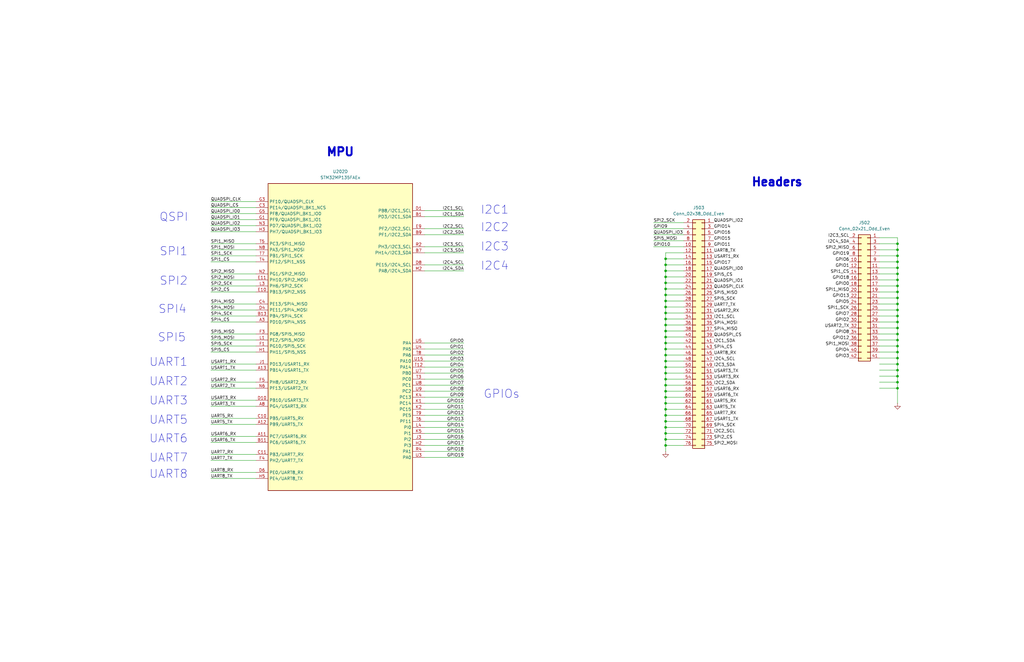
<source format=kicad_sch>
(kicad_sch (version 20231120) (generator "eeschema") (generator_version "8.0")
  (paper "B")
  (title_block (title "${TITLE}") (date "${ISSUE_DATE}") (rev "${REVISION}") (company "${COMPANY}"))
  (lib_symbols
    (symbol "Connector_Generic:Conn_02x21_Odd_Even" (pin_names (offset 1.016) hide)
      (property "Reference" "J" (at 1.27 27.94 0))
      (property "Value" "Conn_02x21_Odd_Even" (at 1.27 -27.94 0))
      (symbol "Conn_02x21_Odd_Even_1_1"
        (pin passive line (at -5.08 25.4 0) (length 3.81) (name "Pin_1") (number "1"))
        (pin passive line (at 7.62 15.24 180) (length 3.81) (name "Pin_10") (number "10"))
        (pin passive line (at -5.08 12.7 0) (length 3.81) (name "Pin_11") (number "11"))
        (pin passive line (at 7.62 12.7 180) (length 3.81) (name "Pin_12") (number "12"))
        (pin passive line (at -5.08 10.16 0) (length 3.81) (name "Pin_13") (number "13"))
        (pin passive line (at 7.62 10.16 180) (length 3.81) (name "Pin_14") (number "14"))
        (pin passive line (at -5.08 7.62 0) (length 3.81) (name "Pin_15") (number "15"))
        (pin passive line (at 7.62 7.62 180) (length 3.81) (name "Pin_16") (number "16"))
        (pin passive line (at -5.08 5.08 0) (length 3.81) (name "Pin_17") (number "17"))
        (pin passive line (at 7.62 5.08 180) (length 3.81) (name "Pin_18") (number "18"))
        (pin passive line (at -5.08 2.54 0) (length 3.81) (name "Pin_19") (number "19"))
        (pin passive line (at 7.62 25.4 180) (length 3.81) (name "Pin_2") (number "2"))
        (pin passive line (at 7.62 2.54 180) (length 3.81) (name "Pin_20") (number "20"))
        (pin passive line (at -5.08 0 0) (length 3.81) (name "Pin_21") (number "21"))
        (pin passive line (at 7.62 0 180) (length 3.81) (name "Pin_22") (number "22"))
        (pin passive line (at -5.08 -2.54 0) (length 3.81) (name "Pin_23") (number "23"))
        (pin passive line (at 7.62 -2.54 180) (length 3.81) (name "Pin_24") (number "24"))
        (pin passive line (at -5.08 -5.08 0) (length 3.81) (name "Pin_25") (number "25"))
        (pin passive line (at 7.62 -5.08 180) (length 3.81) (name "Pin_26") (number "26"))
        (pin passive line (at -5.08 -7.62 0) (length 3.81) (name "Pin_27") (number "27"))
        (pin passive line (at 7.62 -7.62 180) (length 3.81) (name "Pin_28") (number "28"))
        (pin passive line (at -5.08 -10.16 0) (length 3.81) (name "Pin_29") (number "29"))
        (pin passive line (at -5.08 22.86 0) (length 3.81) (name "Pin_3") (number "3"))
        (pin passive line (at 7.62 -10.16 180) (length 3.81) (name "Pin_30") (number "30"))
        (pin passive line (at -5.08 -12.7 0) (length 3.81) (name "Pin_31") (number "31"))
        (pin passive line (at 7.62 -12.7 180) (length 3.81) (name "Pin_32") (number "32"))
        (pin passive line (at -5.08 -15.24 0) (length 3.81) (name "Pin_33") (number "33"))
        (pin passive line (at 7.62 -15.24 180) (length 3.81) (name "Pin_34") (number "34"))
        (pin passive line (at -5.08 -17.78 0) (length 3.81) (name "Pin_35") (number "35"))
        (pin passive line (at 7.62 -17.78 180) (length 3.81) (name "Pin_36") (number "36"))
        (pin passive line (at -5.08 -20.32 0) (length 3.81) (name "Pin_37") (number "37"))
        (pin passive line (at 7.62 -20.32 180) (length 3.81) (name "Pin_38") (number "38"))
        (pin passive line (at -5.08 -22.86 0) (length 3.81) (name "Pin_39") (number "39"))
        (pin passive line (at 7.62 22.86 180) (length 3.81) (name "Pin_4") (number "4"))
        (pin passive line (at 7.62 -22.86 180) (length 3.81) (name "Pin_40") (number "40"))
        (pin passive line (at -5.08 -25.4 0) (length 3.81) (name "Pin_41") (number "41"))
        (pin passive line (at 7.62 -25.4 180) (length 3.81) (name "Pin_42") (number "42"))
        (pin passive line (at -5.08 20.32 0) (length 3.81) (name "Pin_5") (number "5"))
        (pin passive line (at 7.62 20.32 180) (length 3.81) (name "Pin_6") (number "6"))
        (pin passive line (at -5.08 17.78 0) (length 3.81) (name "Pin_7") (number "7"))
        (pin passive line (at 7.62 17.78 180) (length 3.81) (name "Pin_8") (number "8"))
        (pin passive line (at -5.08 15.24 0) (length 3.81) (name "Pin_9") (number "9"))
      )
    )
    (symbol "Connector_Generic:Conn_02x38_Odd_Even" (pin_names (offset 1.016) hide)
      (property "Reference" "J" (at 1.27 48.26 0))
      (property "Value" "Conn_02x38_Odd_Even" (at 1.27 -50.8 0))
      (symbol "Conn_02x38_Odd_Even_1_1"
        (pin passive line (at -5.08 45.72 0) (length 3.81) (name "Pin_1") (number "1"))
        (pin passive line (at 7.62 35.56 180) (length 3.81) (name "Pin_10") (number "10"))
        (pin passive line (at -5.08 33.02 0) (length 3.81) (name "Pin_11") (number "11"))
        (pin passive line (at 7.62 33.02 180) (length 3.81) (name "Pin_12") (number "12"))
        (pin passive line (at -5.08 30.48 0) (length 3.81) (name "Pin_13") (number "13"))
        (pin passive line (at 7.62 30.48 180) (length 3.81) (name "Pin_14") (number "14"))
        (pin passive line (at -5.08 27.94 0) (length 3.81) (name "Pin_15") (number "15"))
        (pin passive line (at 7.62 27.94 180) (length 3.81) (name "Pin_16") (number "16"))
        (pin passive line (at -5.08 25.4 0) (length 3.81) (name "Pin_17") (number "17"))
        (pin passive line (at 7.62 25.4 180) (length 3.81) (name "Pin_18") (number "18"))
        (pin passive line (at -5.08 22.86 0) (length 3.81) (name "Pin_19") (number "19"))
        (pin passive line (at 7.62 45.72 180) (length 3.81) (name "Pin_2") (number "2"))
        (pin passive line (at 7.62 22.86 180) (length 3.81) (name "Pin_20") (number "20"))
        (pin passive line (at -5.08 20.32 0) (length 3.81) (name "Pin_21") (number "21"))
        (pin passive line (at 7.62 20.32 180) (length 3.81) (name "Pin_22") (number "22"))
        (pin passive line (at -5.08 17.78 0) (length 3.81) (name "Pin_23") (number "23"))
        (pin passive line (at 7.62 17.78 180) (length 3.81) (name "Pin_24") (number "24"))
        (pin passive line (at -5.08 15.24 0) (length 3.81) (name "Pin_25") (number "25"))
        (pin passive line (at 7.62 15.24 180) (length 3.81) (name "Pin_26") (number "26"))
        (pin passive line (at -5.08 12.7 0) (length 3.81) (name "Pin_27") (number "27"))
        (pin passive line (at 7.62 12.7 180) (length 3.81) (name "Pin_28") (number "28"))
        (pin passive line (at -5.08 10.16 0) (length 3.81) (name "Pin_29") (number "29"))
        (pin passive line (at -5.08 43.18 0) (length 3.81) (name "Pin_3") (number "3"))
        (pin passive line (at 7.62 10.16 180) (length 3.81) (name "Pin_30") (number "30"))
        (pin passive line (at -5.08 7.62 0) (length 3.81) (name "Pin_31") (number "31"))
        (pin passive line (at 7.62 7.62 180) (length 3.81) (name "Pin_32") (number "32"))
        (pin passive line (at -5.08 5.08 0) (length 3.81) (name "Pin_33") (number "33"))
        (pin passive line (at 7.62 5.08 180) (length 3.81) (name "Pin_34") (number "34"))
        (pin passive line (at -5.08 2.54 0) (length 3.81) (name "Pin_35") (number "35"))
        (pin passive line (at 7.62 2.54 180) (length 3.81) (name "Pin_36") (number "36"))
        (pin passive line (at -5.08 0 0) (length 3.81) (name "Pin_37") (number "37"))
        (pin passive line (at 7.62 0 180) (length 3.81) (name "Pin_38") (number "38"))
        (pin passive line (at -5.08 -2.54 0) (length 3.81) (name "Pin_39") (number "39"))
        (pin passive line (at 7.62 43.18 180) (length 3.81) (name "Pin_4") (number "4"))
        (pin passive line (at 7.62 -2.54 180) (length 3.81) (name "Pin_40") (number "40"))
        (pin passive line (at -5.08 -5.08 0) (length 3.81) (name "Pin_41") (number "41"))
        (pin passive line (at 7.62 -5.08 180) (length 3.81) (name "Pin_42") (number "42"))
        (pin passive line (at -5.08 -7.62 0) (length 3.81) (name "Pin_43") (number "43"))
        (pin passive line (at 7.62 -7.62 180) (length 3.81) (name "Pin_44") (number "44"))
        (pin passive line (at -5.08 -10.16 0) (length 3.81) (name "Pin_45") (number "45"))
        (pin passive line (at 7.62 -10.16 180) (length 3.81) (name "Pin_46") (number "46"))
        (pin passive line (at -5.08 -12.7 0) (length 3.81) (name "Pin_47") (number "47"))
        (pin passive line (at 7.62 -12.7 180) (length 3.81) (name "Pin_48") (number "48"))
        (pin passive line (at -5.08 -15.24 0) (length 3.81) (name "Pin_49") (number "49"))
        (pin passive line (at -5.08 40.64 0) (length 3.81) (name "Pin_5") (number "5"))
        (pin passive line (at 7.62 -15.24 180) (length 3.81) (name "Pin_50") (number "50"))
        (pin passive line (at -5.08 -17.78 0) (length 3.81) (name "Pin_51") (number "51"))
        (pin passive line (at 7.62 -17.78 180) (length 3.81) (name "Pin_52") (number "52"))
        (pin passive line (at -5.08 -20.32 0) (length 3.81) (name "Pin_53") (number "53"))
        (pin passive line (at 7.62 -20.32 180) (length 3.81) (name "Pin_54") (number "54"))
        (pin passive line (at -5.08 -22.86 0) (length 3.81) (name "Pin_55") (number "55"))
        (pin passive line (at 7.62 -22.86 180) (length 3.81) (name "Pin_56") (number "56"))
        (pin passive line (at -5.08 -25.4 0) (length 3.81) (name "Pin_57") (number "57"))
        (pin passive line (at 7.62 -25.4 180) (length 3.81) (name "Pin_58") (number "58"))
        (pin passive line (at -5.08 -27.94 0) (length 3.81) (name "Pin_59") (number "59"))
        (pin passive line (at 7.62 40.64 180) (length 3.81) (name "Pin_6") (number "6"))
        (pin passive line (at 7.62 -27.94 180) (length 3.81) (name "Pin_60") (number "60"))
        (pin passive line (at -5.08 -30.48 0) (length 3.81) (name "Pin_61") (number "61"))
        (pin passive line (at 7.62 -30.48 180) (length 3.81) (name "Pin_62") (number "62"))
        (pin passive line (at -5.08 -33.02 0) (length 3.81) (name "Pin_63") (number "63"))
        (pin passive line (at 7.62 -33.02 180) (length 3.81) (name "Pin_64") (number "64"))
        (pin passive line (at -5.08 -35.56 0) (length 3.81) (name "Pin_65") (number "65"))
        (pin passive line (at 7.62 -35.56 180) (length 3.81) (name "Pin_66") (number "66"))
        (pin passive line (at -5.08 -38.1 0) (length 3.81) (name "Pin_67") (number "67"))
        (pin passive line (at 7.62 -38.1 180) (length 3.81) (name "Pin_68") (number "68"))
        (pin passive line (at -5.08 -40.64 0) (length 3.81) (name "Pin_69") (number "69"))
        (pin passive line (at -5.08 38.1 0) (length 3.81) (name "Pin_7") (number "7"))
        (pin passive line (at 7.62 -40.64 180) (length 3.81) (name "Pin_70") (number "70"))
        (pin passive line (at -5.08 -43.18 0) (length 3.81) (name "Pin_71") (number "71"))
        (pin passive line (at 7.62 -43.18 180) (length 3.81) (name "Pin_72") (number "72"))
        (pin passive line (at -5.08 -45.72 0) (length 3.81) (name "Pin_73") (number "73"))
        (pin passive line (at 7.62 -45.72 180) (length 3.81) (name "Pin_74") (number "74"))
        (pin passive line (at -5.08 -48.26 0) (length 3.81) (name "Pin_75") (number "75"))
        (pin passive line (at 7.62 -48.26 180) (length 3.81) (name "Pin_76") (number "76"))
        (pin passive line (at 7.62 38.1 180) (length 3.81) (name "Pin_8") (number "8"))
        (pin passive line (at -5.08 35.56 0) (length 3.81) (name "Pin_9") (number "9"))
      )
    )
    (symbol "SRS_MPU:STM32MP135FAEx"
      (property "Reference" "U" (at -13.462 -84.582 0))
      (property "Value" "STM32MP135FAEx" (at -6.096 -85.09 0))
      (symbol "STM32MP135FAEx_1_1"
        (pin power_in line (at -15.24 -120.65 90) (length 5.08) (name "VSS") (number "A1"))
        (pin passive line (at -15.24 -120.65 90) (length 5.08) hide (name "VSS") (number "A17"))
        (pin power_in line (at 31.75 2.54 180) (length 5.08) (name "VDDSD1") (number "C12"))
        (pin passive line (at -15.24 -120.65 90) (length 5.08) hide (name "VSS") (number "C8"))
        (pin power_in line (at 31.75 0 180) (length 5.08) (name "VDDSD2") (number "D11"))
        (pin passive line (at -15.24 -120.65 90) (length 5.08) hide (name "VSS") (number "D12"))
        (pin passive line (at -15.24 -120.65 90) (length 5.08) hide (name "VSS") (number "D3"))
        (pin power_in line (at 31.75 27.94 180) (length 5.08) (name "VDDQ_DDR") (number "E12"))
        (pin passive line (at -15.24 -120.65 90) (length 5.08) hide (name "VSS") (number "E5"))
        (pin power_in line (at -38.1 35.56 0) (length 5.08) (name "VDD") (number "F10"))
        (pin power_in line (at -38.1 33.02 0) (length 5.08) (name "VDD") (number "F11"))
        (pin power_in line (at 31.75 25.4 180) (length 5.08) (name "VDDQ_DDR") (number "F12"))
        (pin passive line (at -15.24 -120.65 90) (length 5.08) hide (name "VSS") (number "F13"))
        (pin passive line (at -15.24 -120.65 90) (length 5.08) hide (name "VSS") (number "F15"))
        (pin power_in line (at 31.75 43.18 180) (length 5.08) (name "VDDCPU") (number "F6"))
        (pin power_in line (at -38.1 38.1 0) (length 5.08) (name "VDD") (number "F7"))
        (pin power_in line (at 31.75 40.64 180) (length 5.08) (name "VDDCPU") (number "F8"))
        (pin power_in line (at 31.75 38.1 180) (length 5.08) (name "VDDCPU") (number "F9"))
        (pin passive line (at -15.24 -120.65 90) (length 5.08) hide (name "VSS") (number "G10"))
        (pin passive line (at -15.24 -120.65 90) (length 5.08) hide (name "VSS") (number "G11"))
        (pin power_in line (at 31.75 22.86 180) (length 5.08) (name "VDDQ_DDR") (number "G12"))
        (pin power_in line (at -38.1 30.48 0) (length 5.08) (name "VDD") (number "G6"))
        (pin passive line (at -15.24 -120.65 90) (length 5.08) hide (name "VSS") (number "G7"))
        (pin passive line (at -15.24 -120.65 90) (length 5.08) hide (name "VSS") (number "G8"))
        (pin passive line (at -15.24 -120.65 90) (length 5.08) hide (name "VSS") (number "G9"))
        (pin power_in line (at -38.1 -17.78 0) (length 5.08) (name "VDDCORE") (number "H10"))
        (pin passive line (at -15.24 -120.65 90) (length 5.08) hide (name "VSS") (number "H11"))
        (pin power_in line (at 31.75 20.32 180) (length 5.08) (name "VDDQ_DDR") (number "H12"))
        (pin passive line (at -15.24 -120.65 90) (length 5.08) hide (name "VSS") (number "H14"))
        (pin power_in line (at 31.75 35.56 180) (length 5.08) (name "VDDCPU") (number "H6"))
        (pin passive line (at -15.24 -120.65 90) (length 5.08) hide (name "VSS") (number "H7"))
        (pin power_in line (at -38.1 -12.7 0) (length 5.08) (name "VDDCORE") (number "H8"))
        (pin power_in line (at -38.1 -15.24 0) (length 5.08) (name "VDDCORE") (number "H9"))
        (pin power_in line (at -38.1 -22.86 0) (length 5.08) (name "VDDCORE") (number "J10"))
        (pin passive line (at -15.24 -120.65 90) (length 5.08) hide (name "VSS") (number "J11"))
        (pin power_in line (at 31.75 17.78 180) (length 5.08) (name "VDDQ_DDR") (number "J12"))
        (pin power_in line (at -38.1 -25.4 0) (length 5.08) (name "VDDCORE") (number "J13"))
        (pin power_in line (at -38.1 40.64 0) (length 5.08) (name "VBAT") (number "J2"))
        (pin power_in line (at -7.62 -120.65 90) (length 5.08) (name "VSS_PLL") (number "J4"))
        (pin power_in line (at 31.75 -5.08 180) (length 5.08) (name "VDD_PLL") (number "J5"))
        (pin power_in line (at 31.75 33.02 180) (length 5.08) (name "VDDCPU") (number "J6"))
        (pin passive line (at -15.24 -120.65 90) (length 5.08) hide (name "VSS") (number "J7"))
        (pin power_in line (at -38.1 -20.32 0) (length 5.08) (name "VDDCORE") (number "J8"))
        (pin passive line (at -15.24 -120.65 90) (length 5.08) hide (name "VSS") (number "J9"))
        (pin power_in line (at -38.1 -33.02 0) (length 5.08) (name "VDDCORE") (number "K10"))
        (pin passive line (at -15.24 -120.65 90) (length 5.08) hide (name "VSS") (number "K11"))
        (pin power_in line (at 31.75 15.24 180) (length 5.08) (name "VDDQ_DDR") (number "K12"))
        (pin passive line (at -15.24 -120.65 90) (length 5.08) hide (name "VSS") (number "K3"))
        (pin power_in line (at -38.1 27.94 0) (length 5.08) (name "VDD") (number "K6"))
        (pin passive line (at -15.24 -120.65 90) (length 5.08) hide (name "VSS") (number "K7"))
        (pin power_in line (at -38.1 -27.94 0) (length 5.08) (name "VDDCORE") (number "K8"))
        (pin power_in line (at -38.1 -30.48 0) (length 5.08) (name "VDDCORE") (number "K9"))
        (pin passive line (at -15.24 -120.65 90) (length 5.08) hide (name "VSS") (number "L10"))
        (pin passive line (at -15.24 -120.65 90) (length 5.08) hide (name "VSS") (number "L11"))
        (pin power_in line (at 31.75 12.7 180) (length 5.08) (name "VDDQ_DDR") (number "L12"))
        (pin power_in line (at -38.1 25.4 0) (length 5.08) (name "VDD") (number "L6"))
        (pin passive line (at -15.24 -120.65 90) (length 5.08) hide (name "VSS") (number "L7"))
        (pin passive line (at -15.24 -120.65 90) (length 5.08) hide (name "VSS") (number "L8"))
        (pin passive line (at -15.24 -120.65 90) (length 5.08) hide (name "VSS") (number "L9"))
        (pin power_in line (at -38.1 12.7 0) (length 5.08) (name "VDD") (number "M10"))
        (pin power_in line (at -38.1 10.16 0) (length 5.08) (name "VDD") (number "M11"))
        (pin power_in line (at 31.75 10.16 180) (length 5.08) (name "VDDQ_DDR") (number "M12"))
        (pin passive line (at -15.24 -120.65 90) (length 5.08) hide (name "VSS") (number "M15"))
        (pin power_in line (at 31.75 -2.54 180) (length 5.08) (name "VDD_ANA") (number "M4"))
        (pin power_in line (at -10.16 -120.65 90) (length 5.08) (name "VSS_ANA") (number "M5"))
        (pin power_in line (at -38.1 22.86 0) (length 5.08) (name "VDD") (number "M6"))
        (pin power_in line (at -38.1 20.32 0) (length 5.08) (name "VDD") (number "M7"))
        (pin power_in line (at -38.1 17.78 0) (length 5.08) (name "VDD") (number "M8"))
        (pin power_in line (at -38.1 15.24 0) (length 5.08) (name "VDD") (number "M9"))
        (pin power_in line (at -2.54 -120.65 90) (length 5.08) (name "VSS_USBHS") (number "N10"))
        (pin power_in line (at 31.75 -34.29 180) (length 5.08) (name "VDDA1V1_REG") (number "N11"))
        (pin power_in line (at 31.75 7.62 180) (length 5.08) (name "VDDQ_DDR") (number "N12"))
        (pin output line (at 31.75 -30.48 180) (length 5.08) (name "PWR_LP") (number "N13"))
        (pin passive line (at -15.24 -120.65 90) (length 5.08) hide (name "VSS") (number "N4"))
        (pin power_in line (at -12.7 -120.65 90) (length 5.08) (name "VSSA") (number "N7"))
        (pin bidirectional line (at -38.1 -58.42 0) (length 5.08) (name "PH0/OSC_IN") (number "P1"))
        (pin power_in line (at -38.1 0 0) (length 5.08) (name "VDD3V3_USBHS") (number "P10"))
        (pin passive line (at -15.24 -120.65 90) (length 5.08) hide (name "VSS") (number "P11"))
        (pin bidirectional line (at 31.75 -73.66 180) (length 5.08) (name "PI5/BOOT1") (number "P12"))
        (pin power_in line (at -5.08 -120.65 90) (length 5.08) (name "VSS_PLL2") (number "P13"))
        (pin bidirectional line (at -38.1 -71.12 0) (length 5.08) (name "PH1/OSC_OUT") (number "P2"))
        (pin input line (at 31.75 -20.32 180) (length 5.08) (name "VREF-") (number "P6"))
        (pin power_in line (at -38.1 5.08 0) (length 5.08) (name "VDDA") (number "P7"))
        (pin power_in line (at 31.75 -36.83 180) (length 5.08) (name "VDDA1V8_REG") (number "R11"))
        (pin bidirectional line (at 31.75 -71.12 180) (length 5.08) (name "PI6/BOOT2") (number "R12"))
        (pin power_in line (at 31.75 -7.62 180) (length 5.08) (name "VDD_PLL2") (number "R13"))
        (pin output line (at 31.75 -27.94 180) (length 5.08) (name "PWR_CPU_ON") (number "R3"))
        (pin passive line (at -15.24 -120.65 90) (length 5.08) hide (name "VSS") (number "R5"))
        (pin input line (at 31.75 -17.78 180) (length 5.08) (name "VREF+") (number "R6"))
        (pin passive line (at -15.24 -120.65 90) (length 5.08) hide (name "VSS") (number "R8"))
        (pin power_in line (at -38.1 7.62 0) (length 5.08) (name "VDD") (number "R9"))
        (pin bidirectional line (at -38.1 43.18 0) (length 5.08) (name "PDR_ON") (number "T10"))
        (pin bidirectional line (at 31.75 -22.86 180) (length 5.08) (name "BYPASS_REG1V8") (number "T14"))
        (pin passive line (at -15.24 -120.65 90) (length 5.08) hide (name "VSS") (number "U1"))
        (pin input line (at -38.1 -104.14 0) (length 5.08) (name "NRST") (number "U10"))
        (pin bidirectional line (at 31.75 -76.2 180) (length 5.08) (name "PI4/BOOT0") (number "U14"))
        (pin passive line (at -15.24 -120.65 90) (length 5.08) hide (name "VSS") (number "U17"))
      )
      (symbol "STM32MP135FAEx_2_1"
        (pin bidirectional line (at 12.7 -19.05 180) (length 5.08) (name "PD2/SDMMC1_CMD") (number "A15"))
        (pin bidirectional line (at 12.7 -31.75 180) (length 5.08) (name "PC9/SDMMC1_D1") (number "A16"))
        (pin bidirectional line (at 12.7 60.96 180) (length 5.08) (name "PA9/FMC_NWAIT") (number "A2"))
        (pin bidirectional line (at 12.7 48.26 180) (length 5.08) (name "PE7/FMC_D4") (number "A5"))
        (pin bidirectional line (at 12.7 63.5 180) (length 5.08) (name "PD5/FMC_NWE") (number "A6"))
        (pin bidirectional line (at 12.7 45.72 180) (length 5.08) (name "PE8/FMC_D5") (number "A7"))
        (pin bidirectional line (at 12.7 -13.97 180) (length 5.08) (name "PC10/SDMMC1_D2") (number "B14"))
        (pin bidirectional line (at 12.7 -24.13 180) (length 5.08) (name "PC12/SDMMC1_CK") (number "B15"))
        (pin bidirectional line (at -41.91 12.7 0) (length 5.08) (name "DDR_DQ4") (number "B16"))
        (pin bidirectional line (at -41.91 22.86 0) (length 5.08) (name "DDR_DQ0") (number "B17"))
        (pin bidirectional line (at 12.7 58.42 180) (length 5.08) (name "PD14/FMC_D0") (number "B3"))
        (pin bidirectional line (at 12.7 43.18 180) (length 5.08) (name "PE9/FMC_D6") (number "B6"))
        (pin bidirectional line (at 12.7 40.64 180) (length 5.08) (name "PE10/FMC_D7") (number "B8"))
        (pin bidirectional line (at 12.7 -16.51 180) (length 5.08) (name "PC11/SDMMC1_D3") (number "C14"))
        (pin bidirectional line (at -41.91 20.32 0) (length 5.08) (name "DDR_DQ1") (number "C15"))
        (pin bidirectional line (at -41.91 35.56 0) (length 5.08) (name "DDR_DQS0N") (number "C16"))
        (pin bidirectional line (at -41.91 33.02 0) (length 5.08) (name "DDR_DQS0P") (number "C17"))
        (pin bidirectional line (at 12.7 71.12 180) (length 5.08) (name "PD12/FMC_ALE") (number "C6"))
        (pin bidirectional line (at 12.7 55.88 180) (length 5.08) (name "PD15/FMC_D1") (number "C7"))
        (pin bidirectional line (at 12.7 -29.21 180) (length 5.08) (name "PC8/SDMMC_D0") (number "D14"))
        (pin bidirectional line (at -41.91 43.18 0) (length 5.08) (name "DDR_DQM0") (number "D15"))
        (pin bidirectional line (at -41.91 10.16 0) (length 5.08) (name "DDR_DQ5") (number "D16"))
        (pin bidirectional line (at -41.91 15.24 0) (length 5.08) (name "DDR_DQ3") (number "D17"))
        (pin bidirectional line (at 12.7 50.8 180) (length 5.08) (name "PD1/FMC_D3") (number "D5"))
        (pin bidirectional line (at 12.7 73.66 180) (length 5.08) (name "PG9/FMC_NCE") (number "E1"))
        (pin bidirectional line (at -41.91 17.78 0) (length 5.08) (name "DDR_DQ2") (number "E13"))
        (pin bidirectional line (at -41.91 7.62 0) (length 5.08) (name "DDR_DQ6") (number "E14"))
        (pin bidirectional line (at -41.91 5.08 0) (length 5.08) (name "DDR_DQ7") (number "E15"))
        (pin bidirectional line (at -41.91 76.2 0) (length 5.08) (name "DDR_A5") (number "E16"))
        (pin bidirectional line (at -41.91 -43.18 0) (length 5.08) (name "DDR_RESETN") (number "E17"))
        (pin bidirectional line (at 12.7 68.58 180) (length 5.08) (name "PD11/FMC_CLE") (number "E2"))
        (pin bidirectional line (at 12.7 53.34 180) (length 5.08) (name "PD0/FMC_D2") (number "E4"))
        (pin bidirectional line (at 12.7 66.04 180) (length 5.08) (name "PD4/FMC_NOE") (number "E7"))
        (pin bidirectional line (at -41.91 55.88 0) (length 5.08) (name "DDR_A13") (number "F14"))
        (pin bidirectional line (at -41.91 66.04 0) (length 5.08) (name "DDR_A9") (number "F16"))
        (pin bidirectional line (at -41.91 83.82 0) (length 5.08) (name "DDR_A2") (number "F17"))
        (pin bidirectional line (at -41.91 93.98 0) (length 5.08) (name "DDR_BA2") (number "G13"))
        (pin bidirectional line (at -41.91 71.12 0) (length 5.08) (name "DDR_A7") (number "G14"))
        (pin bidirectional line (at -41.91 81.28 0) (length 5.08) (name "DDR_A3") (number "G15"))
        (pin bidirectional line (at -41.91 88.9 0) (length 5.08) (name "DDR_A0") (number "G16"))
        (pin bidirectional line (at -41.91 99.06 0) (length 5.08) (name "DDR_BA0") (number "G17"))
        (pin bidirectional line (at -41.91 -45.72 0) (length 5.08) (name "DDR_WEN") (number "H13"))
        (pin bidirectional line (at -41.91 -38.1 0) (length 5.08) (name "DDR_ODT") (number "H15"))
        (pin bidirectional line (at -41.91 -30.48 0) (length 5.08) (name "DDR_CSN") (number "H16"))
        (pin bidirectional line (at -41.91 -40.64 0) (length 5.08) (name "DDR_RASN") (number "H17"))
        (pin bidirectional line (at -41.91 63.5 0) (length 5.08) (name "DDR_A10") (number "J14"))
        (pin bidirectional line (at -41.91 -20.32 0) (length 5.08) (name "DDR_CASN") (number "J15"))
        (pin bidirectional line (at -41.91 -27.94 0) (length 5.08) (name "DDR_CLKP") (number "J16"))
        (pin bidirectional line (at -41.91 -25.4 0) (length 5.08) (name "DDR_CLKN") (number "J17"))
        (pin bidirectional line (at -41.91 60.96 0) (length 5.08) (name "DDR_A11") (number "K13"))
        (pin bidirectional line (at -41.91 -22.86 0) (length 5.08) (name "DDR_CKE") (number "K14"))
        (pin bidirectional line (at -41.91 86.36 0) (length 5.08) (name "DDR_A1") (number "K15"))
        (pin bidirectional line (at -41.91 50.8 0) (length 5.08) (name "DDR_A15") (number "K16"))
        (pin bidirectional line (at -41.91 58.42 0) (length 5.08) (name "DDR_A12") (number "K17"))
        (pin bidirectional line (at -41.91 48.26 0) (length 5.08) (name "DDR_ATO") (number "L13"))
        (pin bidirectional line (at -41.91 -33.02 0) (length 5.08) (name "DDR_DTO0") (number "L14"))
        (pin bidirectional line (at -41.91 68.58 0) (length 5.08) (name "DDR_A8") (number "L15"))
        (pin bidirectional line (at -41.91 96.52 0) (length 5.08) (name "DDR_BA1") (number "L16"))
        (pin bidirectional line (at -41.91 53.34 0) (length 5.08) (name "DDR_A14") (number "L17"))
        (pin bidirectional line (at -41.91 -48.26 0) (length 5.08) (name "DDR_VREF") (number "M13"))
        (pin bidirectional line (at -41.91 78.74 0) (length 5.08) (name "DDR_A4") (number "M14"))
        (pin bidirectional line (at -41.91 -35.56 0) (length 5.08) (name "DDR_DTO1") (number "M16"))
        (pin bidirectional line (at -41.91 73.66 0) (length 5.08) (name "DDR_A6") (number "M17"))
        (pin bidirectional line (at -41.91 40.64 0) (length 5.08) (name "DDR_DQM1") (number "N14"))
        (pin bidirectional line (at -41.91 -2.54 0) (length 5.08) (name "DDR_DQ10") (number "N15"))
        (pin bidirectional line (at -41.91 2.54 0) (length 5.08) (name "DDR_DQ8") (number "N16"))
        (pin bidirectional line (at -41.91 -50.8 0) (length 5.08) (name "DDR_ZQ") (number "N17"))
        (pin output line (at 12.7 34.29 180) (length 5.08) (name "PWR_ON") (number "P14"))
        (pin bidirectional line (at -41.91 -5.08 0) (length 5.08) (name "DDR_DQ11") (number "P15"))
        (pin bidirectional line (at -41.91 -10.16 0) (length 5.08) (name "DDR_DQ13") (number "P16"))
        (pin bidirectional line (at -41.91 0 0) (length 5.08) (name "DDR_DQ9") (number "P17"))
        (pin bidirectional line (at -41.91 -7.62 0) (length 5.08) (name "DDR_DQ12") (number "R15"))
        (pin bidirectional line (at -41.91 30.48 0) (length 5.08) (name "DDR_DQS1N") (number "R16"))
        (pin bidirectional line (at -41.91 27.94 0) (length 5.08) (name "DDR_DQS1P") (number "R17"))
        (pin bidirectional line (at -41.91 -15.24 0) (length 5.08) (name "DDR_DQ15") (number "T16"))
        (pin bidirectional line (at -41.91 -12.7 0) (length 5.08) (name "DDR_DQ14") (number "T17"))
        (pin bidirectional line (at 12.7 -36.83 180) (length 5.08) (name "PI7") (number "U16"))
      )
      (symbol "STM32MP135FAEx_3_1"
        (pin bidirectional line (at -58.42 -35.56 0) (length 5.08) (name "PH13/I2C5_SCL") (number "A10"))
        (pin bidirectional line (at -58.42 15.24 0) (length 5.08) (name "PG6/LCD_DE") (number "A14"))
        (pin bidirectional line (at -58.42 -43.18 0) (length 5.08) (name "PB7") (number "A4"))
        (pin bidirectional line (at -58.42 35.56 0) (length 5.08) (name "PH9/LCD_B5") (number "A9"))
        (pin bidirectional line (at -58.42 -38.1 0) (length 5.08) (name "PF3/I2C5_SDA") (number "B10"))
        (pin bidirectional line (at -58.42 83.82 0) (length 5.08) (name "PB15/TIM1_CH3N") (number "B12"))
        (pin bidirectional line (at -58.42 76.2 0) (length 5.08) (name "PF5/LCD_R5") (number "B2"))
        (pin bidirectional line (at -58.42 17.78 0) (length 5.08) (name "PE12/LCD_VSYNC") (number "B4"))
        (pin bidirectional line (at -58.42 20.32 0) (length 5.08) (name "PE1/LCD_HSYNC") (number "B5"))
        (pin bidirectional line (at -58.42 30.48 0) (length 5.08) (name "PB6/LCD_B7") (number "C1"))
        (pin bidirectional line (at -58.42 73.66 0) (length 5.08) (name "PF0/LCD_R6") (number "C13"))
        (pin bidirectional line (at -58.42 -45.72 0) (length 5.08) (name "PH12") (number "C2"))
        (pin bidirectional line (at -58.42 -69.85 0) (length 5.08) (name "PD8/UART4_RX(boot)") (number "C5"))
        (pin bidirectional line (at -58.42 22.86 0) (length 5.08) (name "PG7") (number "C9"))
        (pin bidirectional line (at -58.42 78.74 0) (length 5.08) (name "PE3/LCD_R4") (number "D13"))
        (pin bidirectional line (at -58.42 -72.39 0) (length 5.08) (name "PD6/UART4_TX(boot)") (number "D2"))
        (pin bidirectional line (at -58.42 55.88 0) (length 5.08) (name "PG0/LCD_G5") (number "D7"))
        (pin bidirectional line (at -58.42 81.28 0) (length 5.08) (name "PB12/LCD_R3") (number "D9"))
        (pin bidirectional line (at -58.42 53.34 0) (length 5.08) (name "PA12/LCD_G6") (number "E3"))
        (pin bidirectional line (at -58.42 50.8 0) (length 5.08) (name "PA15/LCD_G7") (number "E6"))
        (pin bidirectional line (at -58.42 25.4 0) (length 5.08) (name "PD9/LCD_CLK") (number "E8"))
        (pin bidirectional line (at -58.42 58.42 0) (length 5.08) (name "PG5/LCD_G4") (number "F2"))
        (pin bidirectional line (at -58.42 71.12 0) (length 5.08) (name "PF6/LCD_R7") (number "G2"))
        (pin bidirectional line (at -58.42 40.64 0) (length 5.08) (name "PG15/LCD_B3") (number "G4"))
        (pin bidirectional line (at -58.42 38.1 0) (length 5.08) (name "PB2/LCD_B4") (number "H4"))
        (pin bidirectional line (at -58.42 33.02 0) (length 5.08) (name "PF4/LCD_B6") (number "L2"))
        (pin bidirectional line (at 12.7 64.77 180) (length 5.08) (name "PG3/ETH1_MDIO") (number "L5"))
        (pin bidirectional line (at -58.42 63.5 0) (length 5.08) (name "PF7/LCD_G2") (number "M1"))
        (pin bidirectional line (at 12.7 57.15 180) (length 5.08) (name "PG11") (number "M3"))
        (pin bidirectional line (at -58.42 60.96 0) (length 5.08) (name "PE6/LCD_G3") (number "N1"))
        (pin bidirectional line (at 12.7 77.47 180) (length 5.08) (name "PB11/ETH1_TX_EN") (number "N5"))
        (pin bidirectional line (at 12.7 -63.5 180) (length 5.08) (name "NJTRST") (number "N9"))
        (pin bidirectional line (at 12.7 -50.8 180) (length 5.08) (name "PA13") (number "P3"))
        (pin bidirectional line (at 12.7 -53.34 180) (length 5.08) (name "PF14/JTCK") (number "P4"))
        (pin bidirectional line (at 12.7 16.51 180) (length 5.08) (name "PA2/ADC1_INP1") (number "P5"))
        (pin bidirectional line (at 12.7 82.55 180) (length 5.08) (name "PG13/ETH1_TXD0") (number "P8"))
        (pin bidirectional line (at 12.7 80.01 180) (length 5.08) (name "PG14/ETH1_TXD1") (number "P9"))
        (pin bidirectional line (at 12.7 62.23 180) (length 5.08) (name "PG2/ETH1_MDC") (number "R1"))
        (pin bidirectional line (at 12.7 -55.88 180) (length 5.08) (name "PF15/JTMS") (number "R10"))
        (pin bidirectional line (at 12.7 -60.96 180) (length 5.08) (name "PH5/JTDO") (number "R14"))
        (pin bidirectional line (at 12.7 72.39 180) (length 5.08) (name "PC5/ETH1_RXD1") (number "R7"))
        (pin bidirectional line (at 12.7 54.61 180) (length 5.08) (name "PG12/ETH1_PHY_INTN") (number "T1"))
        (pin bidirectional line (at 12.7 -6.35 180) (length 5.08) (name "USBH_HS_DP2(boot)/OTG_HS_DP") (number "T11"))
        (pin bidirectional line (at 12.7 11.43 180) (length 5.08) (name "USB_DP1") (number "T13"))
        (pin bidirectional line (at 12.7 -58.42 180) (length 5.08) (name "PH4/JTDI") (number "T15"))
        (pin bidirectional line (at 12.7 49.53 180) (length 5.08) (name "PA11/ETH1_CLK") (number "T2"))
        (pin bidirectional line (at 12.7 -8.89 180) (length 5.08) (name "USBH_HS_DM2(boot)/OTG_HS_DM") (number "U11"))
        (pin bidirectional line (at 12.7 13.97 180) (length 5.08) (name "USB_RREF") (number "U12"))
        (pin bidirectional line (at 12.7 8.89 180) (length 5.08) (name "USB_DM1") (number "U13"))
        (pin bidirectional line (at 12.7 67.31 180) (length 5.08) (name "PA7/ETH1_CRS_DV") (number "U2"))
        (pin bidirectional line (at 12.7 74.93 180) (length 5.08) (name "PC4/ETH1_RXD0") (number "U6"))
      )
      (symbol "STM32MP135FAEx_4_1"
        (pin bidirectional line (at -38.1 -48.26 0) (length 5.08) (name "PC7/USART6_RX") (number "A11"))
        (pin bidirectional line (at -38.1 -43.18 0) (length 5.08) (name "PB9/UART5_TX") (number "A12"))
        (pin bidirectional line (at -38.1 -20.32 0) (length 5.08) (name "PB14/USART1_TX") (number "A13"))
        (pin bidirectional line (at -38.1 0 0) (length 5.08) (name "PD10/SPI4_NSS") (number "A3"))
        (pin bidirectional line (at -38.1 -35.56 0) (length 5.08) (name "PG4/USART3_RX") (number "A8"))
        (pin bidirectional line (at 33.02 44.45 180) (length 5.08) (name "PD3/I2C1_SDA") (number "B1"))
        (pin bidirectional line (at -38.1 -50.8 0) (length 5.08) (name "PC6/USART6_TX") (number "B11"))
        (pin bidirectional line (at -38.1 2.54 0) (length 5.08) (name "PB4/SPI4_SCK") (number "B13"))
        (pin bidirectional line (at 33.02 29.21 180) (length 5.08) (name "PH14/I2C3_SDA") (number "B7"))
        (pin bidirectional line (at 33.02 36.83 180) (length 5.08) (name "PF1/I2C2_SDA") (number "B9"))
        (pin bidirectional line (at -38.1 -40.64 0) (length 5.08) (name "PB5/UART5_RX") (number "C10"))
        (pin bidirectional line (at -38.1 -55.88 0) (length 5.08) (name "PB3/UART7_RX") (number "C11"))
        (pin bidirectional line (at -38.1 48.26 0) (length 5.08) (name "PE14/QUADSPI_BK1_NCS") (number "C3"))
        (pin bidirectional line (at -38.1 7.62 0) (length 5.08) (name "PE13/SPI4_MISO") (number "C4"))
        (pin bidirectional line (at 33.02 46.99 180) (length 5.08) (name "PB8/I2C1_SCL") (number "D1"))
        (pin bidirectional line (at -38.1 -33.02 0) (length 5.08) (name "PB10/USART3_TX") (number "D10"))
        (pin bidirectional line (at -38.1 5.08 0) (length 5.08) (name "PE11/SPI4_MOSI") (number "D4"))
        (pin bidirectional line (at -38.1 -63.5 0) (length 5.08) (name "PE0/UART8_RX") (number "D6"))
        (pin bidirectional line (at 33.02 24.13 180) (length 5.08) (name "PE15/I2C4_SCL") (number "D8"))
        (pin bidirectional line (at -38.1 12.7 0) (length 5.08) (name "PB13/SPI2_NSS") (number "E10"))
        (pin bidirectional line (at -38.1 17.78 0) (length 5.08) (name "PH10/SPI2_MOSI") (number "E11"))
        (pin bidirectional line (at 33.02 39.37 180) (length 5.08) (name "PF2/I2C2_SCL") (number "E9"))
        (pin bidirectional line (at -38.1 -10.16 0) (length 5.08) (name "PG10/SPI5_SCK") (number "F1"))
        (pin bidirectional line (at -38.1 -5.08 0) (length 5.08) (name "PG8/SPI5_MISO") (number "F3"))
        (pin bidirectional line (at -38.1 -58.42 0) (length 5.08) (name "PH2/UART7_TX") (number "F4"))
        (pin bidirectional line (at -38.1 -25.4 0) (length 5.08) (name "PH8/USART2_RX") (number "F5"))
        (pin bidirectional line (at -38.1 43.18 0) (length 5.08) (name "PF9/QUADSPI_BK1_IO1") (number "G1"))
        (pin bidirectional line (at -38.1 50.8 0) (length 5.08) (name "PF10/QUADSPI_CLK") (number "G3"))
        (pin bidirectional line (at -38.1 45.72 0) (length 5.08) (name "PF8/QUADSPI_BK1_IO0") (number "G5"))
        (pin bidirectional line (at -38.1 -12.7 0) (length 5.08) (name "PH11/SPI5_NSS") (number "H1"))
        (pin bidirectional line (at 33.02 -52.07 180) (length 5.08) (name "PI3") (number "H2"))
        (pin bidirectional line (at -38.1 38.1 0) (length 5.08) (name "PH7/QUADSPI_BK1_IO3") (number "H3"))
        (pin bidirectional line (at -38.1 -66.04 0) (length 5.08) (name "PE4/UART8_TX") (number "H5"))
        (pin bidirectional line (at -38.1 -17.78 0) (length 5.08) (name "PD13/USART1_RX") (number "J1"))
        (pin bidirectional line (at 33.02 -49.53 180) (length 5.08) (name "PI2") (number "J3"))
        (pin bidirectional line (at 33.02 -34.29 180) (length 5.08) (name "PC14") (number "K1"))
        (pin bidirectional line (at 33.02 -36.83 180) (length 5.08) (name "PC15") (number "K2"))
        (pin bidirectional line (at 33.02 -31.75 180) (length 5.08) (name "PC13") (number "K4"))
        (pin bidirectional line (at 33.02 -46.99 180) (length 5.08) (name "PI1") (number "K5"))
        (pin bidirectional line (at -38.1 -7.62 0) (length 5.08) (name "PE2/SPI5_MOSI") (number "L1"))
        (pin bidirectional line (at -38.1 15.24 0) (length 5.08) (name "PH6/SPI2_SCK") (number "L3"))
        (pin bidirectional line (at 33.02 -44.45 180) (length 5.08) (name "PI0") (number "L4"))
        (pin bidirectional line (at 33.02 21.59 180) (length 5.08) (name "PA8/I2C4_SDA") (number "M2"))
        (pin bidirectional line (at -38.1 20.32 0) (length 5.08) (name "PG1/SPI2_MISO") (number "N2"))
        (pin bidirectional line (at -38.1 40.64 0) (length 5.08) (name "PD7/QUADSPI_BK1_IO2") (number "N3"))
        (pin bidirectional line (at -38.1 -27.94 0) (length 5.08) (name "PF13/USART2_TX") (number "N6"))
        (pin bidirectional line (at -38.1 30.48 0) (length 5.08) (name "PA3/SPI1_MOSI") (number "N8"))
        (pin bidirectional line (at 33.02 31.75 180) (length 5.08) (name "PH3/I2C3_SCL") (number "R2"))
        (pin bidirectional line (at 33.02 -54.61 180) (length 5.08) (name "PA1") (number "R4"))
        (pin bidirectional line (at 33.02 -19.05 180) (length 5.08) (name "PA14") (number "T12"))
        (pin bidirectional line (at 33.02 -24.13 180) (length 5.08) (name "PC0") (number "T3"))
        (pin bidirectional line (at -38.1 25.4 0) (length 5.08) (name "PF12/SPI1_NSS") (number "T4"))
        (pin bidirectional line (at -38.1 33.02 0) (length 5.08) (name "PC3/SPI1_MISO") (number "T5"))
        (pin bidirectional line (at 33.02 -41.91 180) (length 5.08) (name "PF11") (number "T6"))
        (pin bidirectional line (at -38.1 27.94 0) (length 5.08) (name "PB1/SPI1_SCK") (number "T7"))
        (pin bidirectional line (at 33.02 -13.97 180) (length 5.08) (name "PA6") (number "T8"))
        (pin bidirectional line (at 33.02 -39.37 180) (length 5.08) (name "PE5") (number "T9"))
        (pin bidirectional line (at 33.02 -16.51 180) (length 5.08) (name "PA10") (number "U15"))
        (pin bidirectional line (at 33.02 -57.15 180) (length 5.08) (name "PA0") (number "U3"))
        (pin bidirectional line (at 33.02 -11.43 180) (length 5.08) (name "PA5") (number "U4"))
        (pin bidirectional line (at 33.02 -8.89 180) (length 5.08) (name "PA4") (number "U5"))
        (pin bidirectional line (at 33.02 -21.59 180) (length 5.08) (name "PB0") (number "U7"))
        (pin bidirectional line (at 33.02 -26.67 180) (length 5.08) (name "PC1") (number "U8"))
        (pin bidirectional line (at 33.02 -29.21 180) (length 5.08) (name "PC2") (number "U9"))
      )
    )
    (symbol "power:GND" (power) (pin_numbers hide) (pin_names (offset 0) hide)
      (property "Value" "GND" (at 0 -3.81 0))
      (symbol "GND_1_1"
        (pin power_in line (at 0 0 270) (length 0) (name "~") (number "1"))
      )
    )
  )
  (junction (at 280.67 170.18))
  (junction (at 378.46 148.59))
  (junction (at 378.46 140.97))
  (junction (at 280.67 177.8))
  (junction (at 280.67 147.32))
  (junction (at 280.67 139.7))
  (junction (at 378.46 161.29))
  (junction (at 280.67 172.72))
  (junction (at 378.46 107.95))
  (junction (at 280.67 144.78))
  (junction (at 280.67 157.48))
  (junction (at 378.46 133.35))
  (junction (at 280.67 129.54))
  (junction (at 378.46 115.57))
  (junction (at 280.67 152.4))
  (junction (at 280.67 127))
  (junction (at 378.46 156.21))
  (junction (at 280.67 182.88))
  (junction (at 378.46 153.67))
  (junction (at 280.67 119.38))
  (junction (at 378.46 110.49))
  (junction (at 378.46 118.11))
  (junction (at 378.46 163.83))
  (junction (at 378.46 130.81))
  (junction (at 280.67 167.64))
  (junction (at 280.67 185.42))
  (junction (at 280.67 137.16))
  (junction (at 378.46 128.27))
  (junction (at 280.67 134.62))
  (junction (at 280.67 111.76))
  (junction (at 280.67 142.24))
  (junction (at 280.67 132.08))
  (junction (at 378.46 138.43))
  (junction (at 378.46 102.87))
  (junction (at 280.67 154.94))
  (junction (at 280.67 124.46))
  (junction (at 378.46 105.41))
  (junction (at 280.67 121.92))
  (junction (at 378.46 158.75))
  (junction (at 378.46 125.73))
  (junction (at 378.46 113.03))
  (junction (at 280.67 165.1))
  (junction (at 280.67 149.86))
  (junction (at 280.67 160.02))
  (junction (at 280.67 109.22))
  (junction (at 378.46 135.89))
  (junction (at 378.46 143.51))
  (junction (at 378.46 123.19))
  (junction (at 280.67 175.26))
  (junction (at 378.46 120.65))
  (junction (at 280.67 187.96))
  (junction (at 280.67 116.84))
  (junction (at 280.67 114.3))
  (junction (at 378.46 146.05))
  (junction (at 280.67 180.34))
  (junction (at 378.46 151.13))
  (junction (at 280.67 162.56))
  (wire (pts (xy 280.67 134.62) (xy 280.67 137.16)))
  (wire (pts (xy 88.9 168.91) (xy 107.95 168.91)))
  (wire (pts (xy 88.9 153.67) (xy 107.95 153.67)))
  (wire (pts (xy 280.67 152.4) (xy 280.67 154.94)))
  (wire (pts (xy 378.46 115.57) (xy 370.84 115.57)))
  (wire (pts (xy 378.46 128.27) (xy 370.84 128.27)))
  (wire (pts (xy 195.58 157.48) (xy 179.07 157.48)))
  (wire (pts (xy 280.67 177.8) (xy 288.29 177.8)))
  (wire (pts (xy 195.58 96.52) (xy 179.07 96.52)))
  (wire (pts (xy 88.9 184.15) (xy 107.95 184.15)))
  (wire (pts (xy 88.9 115.57) (xy 107.95 115.57)))
  (wire (pts (xy 195.58 111.76) (xy 179.07 111.76)))
  (wire (pts (xy 378.46 158.75) (xy 370.84 158.75)))
  (wire (pts (xy 378.46 102.87) (xy 370.84 102.87)))
  (wire (pts (xy 280.67 185.42) (xy 280.67 187.96)))
  (wire (pts (xy 378.46 151.13) (xy 370.84 151.13)))
  (wire (pts (xy 275.59 99.06) (xy 288.29 99.06)))
  (wire (pts (xy 378.46 138.43) (xy 370.84 138.43)))
  (wire (pts (xy 195.58 190.5) (xy 179.07 190.5)))
  (wire (pts (xy 280.67 121.92) (xy 280.67 124.46)))
  (wire (pts (xy 378.46 113.03) (xy 378.46 115.57)))
  (wire (pts (xy 280.67 127) (xy 280.67 129.54)))
  (wire (pts (xy 88.9 87.63) (xy 107.95 87.63)))
  (wire (pts (xy 378.46 115.57) (xy 378.46 118.11)))
  (wire (pts (xy 88.9 146.05) (xy 107.95 146.05)))
  (wire (pts (xy 280.67 134.62) (xy 288.29 134.62)))
  (wire (pts (xy 195.58 187.96) (xy 179.07 187.96)))
  (wire (pts (xy 195.58 144.78) (xy 179.07 144.78)))
  (wire (pts (xy 378.46 140.97) (xy 378.46 143.51)))
  (wire (pts (xy 88.9 135.89) (xy 107.95 135.89)))
  (wire (pts (xy 280.67 111.76) (xy 288.29 111.76)))
  (wire (pts (xy 280.67 157.48) (xy 288.29 157.48)))
  (wire (pts (xy 378.46 123.19) (xy 378.46 125.73)))
  (wire (pts (xy 280.67 162.56) (xy 288.29 162.56)))
  (wire (pts (xy 88.9 128.27) (xy 107.95 128.27)))
  (wire (pts (xy 88.9 186.69) (xy 107.95 186.69)))
  (wire (pts (xy 378.46 120.65) (xy 370.84 120.65)))
  (wire (pts (xy 280.67 132.08) (xy 280.67 134.62)))
  (wire (pts (xy 195.58 147.32) (xy 179.07 147.32)))
  (wire (pts (xy 280.67 124.46) (xy 280.67 127)))
  (wire (pts (xy 88.9 85.09) (xy 107.95 85.09)))
  (wire (pts (xy 378.46 100.33) (xy 370.84 100.33)))
  (wire (pts (xy 88.9 194.31) (xy 107.95 194.31)))
  (wire (pts (xy 378.46 128.27) (xy 378.46 130.81)))
  (wire (pts (xy 378.46 107.95) (xy 378.46 110.49)))
  (wire (pts (xy 275.59 93.98) (xy 288.29 93.98)))
  (wire (pts (xy 195.58 160.02) (xy 179.07 160.02)))
  (wire (pts (xy 88.9 161.29) (xy 107.95 161.29)))
  (wire (pts (xy 378.46 146.05) (xy 378.46 148.59)))
  (wire (pts (xy 280.67 116.84) (xy 288.29 116.84)))
  (wire (pts (xy 280.67 187.96) (xy 288.29 187.96)))
  (wire (pts (xy 195.58 91.44) (xy 179.07 91.44)))
  (wire (pts (xy 280.67 180.34) (xy 288.29 180.34)))
  (wire (pts (xy 88.9 118.11) (xy 107.95 118.11)))
  (wire (pts (xy 275.59 101.6) (xy 288.29 101.6)))
  (wire (pts (xy 280.67 109.22) (xy 280.67 111.76)))
  (wire (pts (xy 378.46 110.49) (xy 378.46 113.03)))
  (wire (pts (xy 280.67 149.86) (xy 288.29 149.86)))
  (wire (pts (xy 195.58 104.14) (xy 179.07 104.14)))
  (wire (pts (xy 88.9 97.79) (xy 107.95 97.79)))
  (wire (pts (xy 88.9 140.97) (xy 107.95 140.97)))
  (wire (pts (xy 280.67 172.72) (xy 288.29 172.72)))
  (wire (pts (xy 280.67 170.18) (xy 280.67 172.72)))
  (wire (pts (xy 195.58 152.4) (xy 179.07 152.4)))
  (wire (pts (xy 88.9 201.93) (xy 107.95 201.93)))
  (wire (pts (xy 88.9 102.87) (xy 107.95 102.87)))
  (wire (pts (xy 378.46 105.41) (xy 378.46 107.95)))
  (wire (pts (xy 280.67 137.16) (xy 280.67 139.7)))
  (wire (pts (xy 378.46 158.75) (xy 378.46 161.29)))
  (wire (pts (xy 280.67 109.22) (xy 288.29 109.22)))
  (wire (pts (xy 195.58 167.64) (xy 179.07 167.64)))
  (wire (pts (xy 88.9 92.71) (xy 107.95 92.71)))
  (wire (pts (xy 195.58 182.88) (xy 179.07 182.88)))
  (wire (pts (xy 195.58 154.94) (xy 179.07 154.94)))
  (wire (pts (xy 280.67 175.26) (xy 280.67 172.72)))
  (wire (pts (xy 280.67 175.26) (xy 288.29 175.26)))
  (wire (pts (xy 378.46 143.51) (xy 370.84 143.51)))
  (wire (pts (xy 378.46 163.83) (xy 378.46 170.18)))
  (wire (pts (xy 280.67 149.86) (xy 280.67 152.4)))
  (wire (pts (xy 88.9 156.21) (xy 107.95 156.21)))
  (wire (pts (xy 280.67 114.3) (xy 288.29 114.3)))
  (wire (pts (xy 88.9 143.51) (xy 107.95 143.51)))
  (wire (pts (xy 195.58 193.04) (xy 179.07 193.04)))
  (wire (pts (xy 280.67 165.1) (xy 280.67 167.64)))
  (wire (pts (xy 280.67 154.94) (xy 280.67 157.48)))
  (wire (pts (xy 378.46 148.59) (xy 370.84 148.59)))
  (wire (pts (xy 378.46 133.35) (xy 370.84 133.35)))
  (wire (pts (xy 378.46 143.51) (xy 378.46 146.05)))
  (wire (pts (xy 280.67 144.78) (xy 288.29 144.78)))
  (wire (pts (xy 280.67 167.64) (xy 288.29 167.64)))
  (wire (pts (xy 280.67 132.08) (xy 288.29 132.08)))
  (wire (pts (xy 378.46 125.73) (xy 378.46 128.27)))
  (wire (pts (xy 378.46 156.21) (xy 378.46 158.75)))
  (wire (pts (xy 88.9 90.17) (xy 107.95 90.17)))
  (wire (pts (xy 195.58 99.06) (xy 179.07 99.06)))
  (wire (pts (xy 280.67 124.46) (xy 288.29 124.46)))
  (wire (pts (xy 378.46 107.95) (xy 370.84 107.95)))
  (wire (pts (xy 88.9 176.53) (xy 107.95 176.53)))
  (wire (pts (xy 280.67 119.38) (xy 288.29 119.38)))
  (wire (pts (xy 280.67 147.32) (xy 280.67 149.86)))
  (wire (pts (xy 280.67 144.78) (xy 280.67 147.32)))
  (wire (pts (xy 88.9 120.65) (xy 107.95 120.65)))
  (wire (pts (xy 280.67 129.54) (xy 288.29 129.54)))
  (wire (pts (xy 88.9 179.07) (xy 107.95 179.07)))
  (wire (pts (xy 280.67 182.88) (xy 288.29 182.88)))
  (wire (pts (xy 195.58 170.18) (xy 179.07 170.18)))
  (wire (pts (xy 280.67 154.94) (xy 288.29 154.94)))
  (wire (pts (xy 195.58 106.68) (xy 179.07 106.68)))
  (wire (pts (xy 280.67 170.18) (xy 288.29 170.18)))
  (wire (pts (xy 280.67 157.48) (xy 280.67 160.02)))
  (wire (pts (xy 378.46 148.59) (xy 378.46 151.13)))
  (wire (pts (xy 378.46 153.67) (xy 378.46 156.21)))
  (wire (pts (xy 280.67 152.4) (xy 288.29 152.4)))
  (wire (pts (xy 195.58 114.3) (xy 179.07 114.3)))
  (wire (pts (xy 378.46 123.19) (xy 370.84 123.19)))
  (wire (pts (xy 378.46 120.65) (xy 378.46 123.19)))
  (wire (pts (xy 378.46 118.11) (xy 370.84 118.11)))
  (wire (pts (xy 280.67 139.7) (xy 280.67 142.24)))
  (wire (pts (xy 195.58 162.56) (xy 179.07 162.56)))
  (wire (pts (xy 280.67 139.7) (xy 288.29 139.7)))
  (wire (pts (xy 280.67 114.3) (xy 280.67 116.84)))
  (wire (pts (xy 378.46 151.13) (xy 378.46 153.67)))
  (wire (pts (xy 378.46 130.81) (xy 378.46 133.35)))
  (wire (pts (xy 88.9 110.49) (xy 107.95 110.49)))
  (wire (pts (xy 88.9 133.35) (xy 107.95 133.35)))
  (wire (pts (xy 280.67 185.42) (xy 288.29 185.42)))
  (wire (pts (xy 280.67 180.34) (xy 280.67 182.88)))
  (wire (pts (xy 378.46 146.05) (xy 370.84 146.05)))
  (wire (pts (xy 280.67 127) (xy 288.29 127)))
  (wire (pts (xy 378.46 135.89) (xy 370.84 135.89)))
  (wire (pts (xy 378.46 110.49) (xy 370.84 110.49)))
  (wire (pts (xy 280.67 111.76) (xy 280.67 114.3)))
  (wire (pts (xy 280.67 162.56) (xy 280.67 165.1)))
  (wire (pts (xy 280.67 121.92) (xy 288.29 121.92)))
  (wire (pts (xy 378.46 102.87) (xy 378.46 105.41)))
  (wire (pts (xy 378.46 133.35) (xy 378.46 135.89)))
  (wire (pts (xy 280.67 160.02) (xy 280.67 162.56)))
  (wire (pts (xy 378.46 161.29) (xy 370.84 161.29)))
  (wire (pts (xy 88.9 148.59) (xy 107.95 148.59)))
  (wire (pts (xy 378.46 156.21) (xy 370.84 156.21)))
  (wire (pts (xy 195.58 175.26) (xy 179.07 175.26)))
  (wire (pts (xy 88.9 123.19) (xy 107.95 123.19)))
  (wire (pts (xy 88.9 107.95) (xy 107.95 107.95)))
  (wire (pts (xy 88.9 130.81) (xy 107.95 130.81)))
  (wire (pts (xy 280.67 167.64) (xy 280.67 170.18)))
  (wire (pts (xy 378.46 113.03) (xy 370.84 113.03)))
  (wire (pts (xy 275.59 104.14) (xy 288.29 104.14)))
  (wire (pts (xy 378.46 140.97) (xy 370.84 140.97)))
  (wire (pts (xy 378.46 135.89) (xy 378.46 138.43)))
  (wire (pts (xy 280.67 106.68) (xy 280.67 109.22)))
  (wire (pts (xy 378.46 105.41) (xy 370.84 105.41)))
  (wire (pts (xy 378.46 163.83) (xy 370.84 163.83)))
  (wire (pts (xy 280.67 137.16) (xy 288.29 137.16)))
  (wire (pts (xy 88.9 191.77) (xy 107.95 191.77)))
  (wire (pts (xy 378.46 125.73) (xy 370.84 125.73)))
  (wire (pts (xy 378.46 138.43) (xy 378.46 140.97)))
  (wire (pts (xy 280.67 187.96) (xy 280.67 190.5)))
  (wire (pts (xy 280.67 142.24) (xy 280.67 144.78)))
  (wire (pts (xy 88.9 199.39) (xy 107.95 199.39)))
  (wire (pts (xy 280.67 160.02) (xy 288.29 160.02)))
  (wire (pts (xy 280.67 106.68) (xy 288.29 106.68)))
  (wire (pts (xy 378.46 153.67) (xy 370.84 153.67)))
  (wire (pts (xy 280.67 116.84) (xy 280.67 119.38)))
  (wire (pts (xy 378.46 100.33) (xy 378.46 102.87)))
  (wire (pts (xy 280.67 129.54) (xy 280.67 132.08)))
  (wire (pts (xy 275.59 96.52) (xy 288.29 96.52)))
  (wire (pts (xy 88.9 105.41) (xy 107.95 105.41)))
  (wire (pts (xy 195.58 185.42) (xy 179.07 185.42)))
  (wire (pts (xy 280.67 177.8) (xy 280.67 175.26)))
  (wire (pts (xy 195.58 177.8) (xy 179.07 177.8)))
  (wire (pts (xy 378.46 118.11) (xy 378.46 120.65)))
  (wire (pts (xy 195.58 88.9) (xy 179.07 88.9)))
  (wire (pts (xy 195.58 149.86) (xy 179.07 149.86)))
  (wire (pts (xy 280.67 165.1) (xy 288.29 165.1)))
  (wire (pts (xy 280.67 177.8) (xy 280.67 180.34)))
  (wire (pts (xy 88.9 163.83) (xy 107.95 163.83)))
  (wire (pts (xy 88.9 171.45) (xy 107.95 171.45)))
  (wire (pts (xy 280.67 182.88) (xy 280.67 185.42)))
  (wire (pts (xy 195.58 172.72) (xy 179.07 172.72)))
  (wire (pts (xy 378.46 130.81) (xy 370.84 130.81)))
  (wire (pts (xy 280.67 119.38) (xy 280.67 121.92)))
  (wire (pts (xy 378.46 161.29) (xy 378.46 163.83)))
  (wire (pts (xy 195.58 180.34) (xy 179.07 180.34)))
  (wire (pts (xy 280.67 147.32) (xy 288.29 147.32)))
  (wire (pts (xy 88.9 95.25) (xy 107.95 95.25)))
  (wire (pts (xy 280.67 142.24) (xy 288.29 142.24)))
  (wire (pts (xy 195.58 165.1) (xy 179.07 165.1)))
  (text "I2C1" (at 214.63 88.646 0) (effects (font (size 3.5 3.5)) (justify right)))
  (text "UART6" (at 79.248 185.166 0) (effects (font (size 3.5 3.5)) (justify right)))
  (text "Headers" (at 327.66 76.962 0) (effects (font (size 3.5 3.5) (thickness 0.8) (bold yes))))
  (text "UART3" (at 79.248 169.164 0) (effects (font (size 3.5 3.5)) (justify right)))
  (text "I2C3" (at 214.63 104.14 0) (effects (font (size 3.5 3.5)) (justify right)))
  (text "SPI5" (at 78.486 142.494 0) (effects (font (size 3.5 3.5)) (justify right)))
  (text "UART1" (at 79.248 152.908 0) (effects (font (size 3.5 3.5)) (justify right)))
  (text "UART5" (at 79.248 177.292 0) (effects (font (size 3.5 3.5)) (justify right)))
  (text "UART2" (at 79.248 161.036 0) (effects (font (size 3.5 3.5)) (justify right)))
  (text "SPI1" (at 79.248 106.172 0) (effects (font (size 3.5 3.5)) (justify right)))
  (text "GPIOs" (at 219.202 166.37 0) (effects (font (size 3.5 3.5)) (justify right)))
  (text "SPI2" (at 79.248 118.618 0) (effects (font (size 3.5 3.5)) (justify right)))
  (text "I2C2" (at 214.63 96.012 0) (effects (font (size 3.5 3.5)) (justify right)))
  (text "QSPI" (at 79.502 91.694 0) (effects (font (size 3.5 3.5)) (justify right)))
  (text "UART8" (at 79.248 200.152 0) (effects (font (size 3.5 3.5)) (justify right)))
  (text "MPU" (at 143.51 64.262 0) (effects (font (size 3.5 3.5) (thickness 0.8) (bold yes))))
  (text "SPI4" (at 78.74 130.556 0) (effects (font (size 3.5 3.5)) (justify right)))
  (text "I2C4" (at 214.63 112.268 0) (effects (font (size 3.5 3.5)) (justify right)))
  (text "UART7" (at 79.248 193.294 0) (effects (font (size 3.5 3.5)) (justify right)))
  (label "QUADSPI_IO3" (at 275.59 99.06 0))
  (label "SPI1_MOSI" (at 88.9 105.41 0))
  (label "GPIO12" (at 358.14 143.51 180))
  (label "SPI1_MISO" (at 88.9 102.87 0))
  (label "UART5_TX" (at 88.9 179.07 0))
  (label "SPI5_MOSI" (at 275.59 101.6 0))
  (label "GPIO7" (at 195.58 162.56 180))
  (label "SPI2_MISO" (at 358.14 105.41 180))
  (label "SPI4_SCK" (at 88.9 133.35 0))
  (label "SPI1_CS" (at 88.9 110.49 0))
  (label "USART3_RX" (at 88.9 168.91 0))
  (label "USART1_TX" (at 300.99 177.8 0))
  (label "UART5_TX" (at 300.99 172.72 0))
  (label "I2C3_SCL" (at 358.14 100.33 180))
  (label "GPIO11" (at 195.58 172.72 180))
  (label "I2C4_SDA" (at 195.58 114.3 180))
  (label "QUADSPI_IO3" (at 88.9 97.79 0))
  (label "SPI1_SCK" (at 358.14 130.81 180))
  (label "QUADSPI_IO1" (at 300.99 119.38 0))
  (label "GPIO0" (at 358.14 120.65 180))
  (label "I2C2_SDA" (at 195.58 99.06 180))
  (label "SPI4_MOSI" (at 300.99 137.16 0))
  (label "SPI5_MISO" (at 88.9 140.97 0))
  (label "GPIO17" (at 300.99 111.76 0))
  (label "SPI4_MOSI" (at 88.9 130.81 0))
  (label "QUADSPI_IO2" (at 300.99 93.98 0))
  (label "SPI5_MOSI" (at 88.9 143.51 0))
  (label "UART8_TX" (at 88.9 201.93 0))
  (label "SPI5_SCK" (at 88.9 146.05 0))
  (label "UART7_RX" (at 300.99 175.26 0))
  (label "USART3_TX" (at 300.99 157.48 0))
  (label "SPI4_MISO" (at 88.9 128.27 0))
  (label "SPI4_CS" (at 88.9 135.89 0))
  (label "I2C3_SDA" (at 300.99 154.94 0))
  (label "UART5_RX" (at 88.9 176.53 0))
  (label "GPIO14" (at 300.99 96.52 0))
  (label "GPIO5" (at 195.58 157.48 180))
  (label "GPIO2" (at 358.14 135.89 180))
  (label "GPIO4" (at 358.14 148.59 180))
  (label "UART8_RX" (at 300.99 149.86 0))
  (label "SPI2_MOSI" (at 88.9 118.11 0))
  (label "GPIO15" (at 195.58 182.88 180))
  (label "SPI1_SCK" (at 88.9 107.95 0))
  (label "UART8_RX" (at 88.9 199.39 0))
  (label "USART3_RX" (at 300.99 160.02 0))
  (label "GPIO0" (at 195.58 144.78 180))
  (label "USART1_RX" (at 300.99 109.22 0))
  (label "USART6_RX" (at 300.99 165.1 0))
  (label "SPI5_CS" (at 300.99 116.84 0))
  (label "QUADSPI_CS" (at 88.9 87.63 0))
  (label "SPI1_MOSI" (at 358.14 146.05 180))
  (label "SPI5_SCK" (at 300.99 127 0))
  (label "QUADSPI_CS" (at 300.99 142.24 0))
  (label "GPIO18" (at 358.14 118.11 180))
  (label "GPIO12" (at 195.58 175.26 180))
  (label "SPI2_CS" (at 300.99 185.42 0))
  (label "SPI2_SCK" (at 275.59 93.98 0))
  (label "GPIO3" (at 358.14 151.13 180))
  (label "USART2_TX" (at 88.9 163.83 0))
  (label "I2C1_SDA" (at 300.99 144.78 0))
  (label "I2C3_SDA" (at 195.58 106.68 180))
  (label "GPIO1" (at 195.58 147.32 180))
  (label "I2C4_SCL" (at 195.58 111.76 180))
  (label "QUADSPI_CLK" (at 300.99 121.92 0))
  (label "QUADSPI_IO0" (at 300.99 114.3 0))
  (label "USART6_TX" (at 300.99 167.64 0))
  (label "GPIO19" (at 195.58 193.04 180))
  (label "GPIO6" (at 195.58 160.02 180))
  (label "QUADSPI_IO1" (at 88.9 92.71 0))
  (label "SPI2_CS" (at 88.9 123.19 0))
  (label "I2C4_SCL" (at 300.99 152.4 0))
  (label "I2C1_SCL" (at 300.99 134.62 0))
  (label "UART7_TX" (at 88.9 194.31 0))
  (label "GPIO8" (at 195.58 165.1 180))
  (label "I2C3_SCL" (at 195.58 104.14 180))
  (label "SPI2_MOSI" (at 300.99 187.96 0))
  (label "SPI4_MISO" (at 300.99 139.7 0))
  (label "GPIO16" (at 300.99 99.06 0))
  (label "GPIO11" (at 300.99 104.14 0))
  (label "SPI1_CS" (at 358.14 115.57 180))
  (label "GPIO4" (at 195.58 154.94 180))
  (label "QUADSPI_IO2" (at 88.9 95.25 0))
  (label "QUADSPI_CLK" (at 88.9 85.09 0))
  (label "GPIO19" (at 358.14 107.95 180))
  (label "I2C2_SCL" (at 195.58 96.52 180))
  (label "SPI2_SCK" (at 88.9 120.65 0))
  (label "GPIO10" (at 275.59 104.14 0))
  (label "UART8_TX" (at 300.99 106.68 0))
  (label "I2C4_SDA" (at 358.14 102.87 180))
  (label "UART5_RX" (at 300.99 170.18 0))
  (label "USART2_RX" (at 88.9 161.29 0))
  (label "UART7_RX" (at 88.9 191.77 0))
  (label "GPIO17" (at 195.58 187.96 180))
  (label "I2C2_SDA" (at 300.99 162.56 0))
  (label "GPIO13" (at 358.14 125.73 180))
  (label "GPIO6" (at 358.14 110.49 180))
  (label "USART1_TX" (at 88.9 156.21 0))
  (label "GPIO3" (at 195.58 152.4 180))
  (label "QUADSPI_IO0" (at 88.9 90.17 0))
  (label "USART2_RX" (at 300.99 132.08 0))
  (label "USART3_TX" (at 88.9 171.45 0))
  (label "USART6_RX" (at 88.9 184.15 0))
  (label "GPIO8" (at 358.14 140.97 180))
  (label "GPIO16" (at 195.58 185.42 180))
  (label "GPIO9" (at 195.58 167.64 180))
  (label "I2C1_SDA" (at 195.58 91.44 180))
  (label "GPIO10" (at 195.58 170.18 180))
  (label "I2C1_SCL" (at 195.58 88.9 180))
  (label "GPIO18" (at 195.58 190.5 180))
  (label "GPIO1" (at 358.14 113.03 180))
  (label "USART6_TX" (at 88.9 186.69 0))
  (label "SPI4_CS" (at 300.99 147.32 0))
  (label "GPIO15" (at 300.99 101.6 0))
  (label "UART7_TX" (at 300.99 129.54 0))
  (label "I2C2_SCL" (at 300.99 182.88 0))
  (label "USART2_TX" (at 358.14 138.43 180))
  (label "GPIO2" (at 195.58 149.86 180))
  (label "GPIO14" (at 195.58 180.34 180))
  (label "SPI5_MISO" (at 300.99 124.46 0))
  (label "SPI5_CS" (at 88.9 148.59 0))
  (label "SPI2_MISO" (at 88.9 115.57 0))
  (label "SPI1_MISO" (at 358.14 123.19 180))
  (label "GPIO7" (at 358.14 133.35 180))
  (label "SPI4_SCK" (at 300.99 180.34 0))
  (label "GPIO5" (at 358.14 128.27 180))
  (label "GPIO13" (at 195.58 177.8 180))
  (label "USART1_RX" (at 88.9 153.67 0))
  (label "GPIO9" (at 275.59 96.52 0))
  (symbol (lib_id "SRS_MPU:STM32MP135FAEx") (at 146.05 135.89 0) (unit 4)
    (property "Reference" "U202" (at 143.51 72.39 0))
    (property "Value" "STM32MP135FAEx" (at 143.51 74.93 0))
    (property "Footprint" "Package_BGA:LFBGA-289_14x14mm_Layout17x17_P0.8mm" (effects (hide yes)))
    (property "Datasheet" "https://www.st.com/resource/en/datasheet/stm32mp135f.pdf" (effects (hide yes)))
    (property "Description" "STMicroelectronics Arm Cortex-A7 MCU, 0KB flash, 168KB RAM, 136 GPIO, LFBGA289" (effects (hide yes)))
    (property "JLCPCB" "C7501745" (effects (hide yes)))
  )
  (symbol (lib_id "Connector_Generic:Conn_02x21_Odd_Even") (at 365.76 125.73 0) (mirror y) (unit 1)
    (property "Reference" "J502" (at 364.49 93.98 0))
    (property "Value" "Conn_02x21_Odd_Even" (at 364.49 96.52 0))
    (property "Footprint" "Connector_PinHeader_2.54mm:PinHeader_2x21_P2.54mm_Vertical" (effects (hide yes)))
    (property "Description" "Generic connector, double row, 02x21, odd/even pin numbering scheme (row 1 odd numbers, row 2 even numbers), script generated (kicad-library-utils/schlib/autogen/connector/)" (effects (hide yes)))
  )
  (symbol (lib_id "Connector_Generic:Conn_02x38_Odd_Even") (at 295.91 139.7 0) (mirror y) (unit 1)
    (property "Reference" "J503" (at 294.64 87.63 0))
    (property "Value" "Conn_02x38_Odd_Even" (at 294.64 90.17 0))
    (property "Footprint" "Connector_PinHeader_2.54mm:PinHeader_2x38_P2.54mm_Vertical" (effects (hide yes)))
    (property "Description" "Generic connector, double row, 02x38, odd/even pin numbering scheme (row 1 odd numbers, row 2 even numbers), script generated (kicad-library-utils/schlib/autogen/connector/)" (effects (hide yes)))
  )
  (symbol (lib_id "power:GND") (at 378.46 170.18 0) (mirror y) (unit 1)
    (property "Reference" "#PWR0502" (effects (hide yes)))
    (property "Value" "GND" (effects (hide yes)))
    (property "Description" "Power symbol creates a global label with name \"GND\" , ground" (effects (hide yes)))
  )
  (symbol (lib_id "power:GND") (at 280.67 190.5 0) (unit 1)
    (property "Reference" "#PWR0501" (effects (hide yes)))
    (property "Value" "GND" (effects (hide yes)))
    (property "Description" "Power symbol creates a global label with name \"GND\" , ground" (effects (hide yes)))
  )
)
</source>
